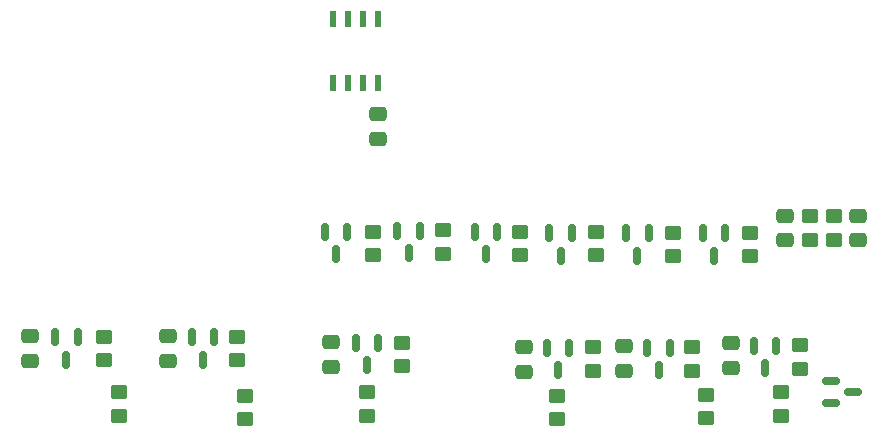
<source format=gtp>
%TF.GenerationSoftware,KiCad,Pcbnew,9.0.0*%
%TF.CreationDate,2025-03-16T14:08:26-07:00*%
%TF.ProjectId,elan_interface,656c616e-5f69-46e7-9465-72666163652e,rev?*%
%TF.SameCoordinates,Original*%
%TF.FileFunction,Paste,Top*%
%TF.FilePolarity,Positive*%
%FSLAX46Y46*%
G04 Gerber Fmt 4.6, Leading zero omitted, Abs format (unit mm)*
G04 Created by KiCad (PCBNEW 9.0.0) date 2025-03-16 14:08:26*
%MOMM*%
%LPD*%
G01*
G04 APERTURE LIST*
G04 Aperture macros list*
%AMRoundRect*
0 Rectangle with rounded corners*
0 $1 Rounding radius*
0 $2 $3 $4 $5 $6 $7 $8 $9 X,Y pos of 4 corners*
0 Add a 4 corners polygon primitive as box body*
4,1,4,$2,$3,$4,$5,$6,$7,$8,$9,$2,$3,0*
0 Add four circle primitives for the rounded corners*
1,1,$1+$1,$2,$3*
1,1,$1+$1,$4,$5*
1,1,$1+$1,$6,$7*
1,1,$1+$1,$8,$9*
0 Add four rect primitives between the rounded corners*
20,1,$1+$1,$2,$3,$4,$5,0*
20,1,$1+$1,$4,$5,$6,$7,0*
20,1,$1+$1,$6,$7,$8,$9,0*
20,1,$1+$1,$8,$9,$2,$3,0*%
G04 Aperture macros list end*
%ADD10RoundRect,0.150000X-0.150000X0.587500X-0.150000X-0.587500X0.150000X-0.587500X0.150000X0.587500X0*%
%ADD11RoundRect,0.250000X0.450000X-0.350000X0.450000X0.350000X-0.450000X0.350000X-0.450000X-0.350000X0*%
%ADD12RoundRect,0.250000X-0.475000X0.337500X-0.475000X-0.337500X0.475000X-0.337500X0.475000X0.337500X0*%
%ADD13RoundRect,0.250000X-0.450000X0.350000X-0.450000X-0.350000X0.450000X-0.350000X0.450000X0.350000X0*%
%ADD14R,0.558800X1.460500*%
%ADD15RoundRect,0.150000X-0.587500X-0.150000X0.587500X-0.150000X0.587500X0.150000X-0.587500X0.150000X0*%
G04 APERTURE END LIST*
D10*
%TO.C,Q2*%
X178550000Y-80562500D03*
X176650000Y-80562500D03*
X177600000Y-82437500D03*
%TD*%
D11*
%TO.C,R16*%
X144400000Y-72900000D03*
X144400000Y-70900000D03*
%TD*%
D12*
%TO.C,C7*%
X127100000Y-79762500D03*
X127100000Y-81837500D03*
%TD*%
D10*
%TO.C,Q6*%
X169550000Y-80725000D03*
X167650000Y-80725000D03*
X168600000Y-82600000D03*
%TD*%
D11*
%TO.C,R17*%
X169800000Y-73000000D03*
X169800000Y-71000000D03*
%TD*%
D10*
%TO.C,Q4*%
X119400000Y-79862500D03*
X117500000Y-79862500D03*
X118450000Y-81737500D03*
%TD*%
D11*
%TO.C,R20*%
X156900000Y-72900000D03*
X156900000Y-70900000D03*
%TD*%
D10*
%TO.C,Q9*%
X161250000Y-71062500D03*
X159350000Y-71062500D03*
X160300000Y-72937500D03*
%TD*%
D13*
%TO.C,R4*%
X122950000Y-84500000D03*
X122950000Y-86500000D03*
%TD*%
%TO.C,R11*%
X146900000Y-80300000D03*
X146900000Y-82300000D03*
%TD*%
D12*
%TO.C,C1*%
X144800000Y-60962500D03*
X144800000Y-63037500D03*
%TD*%
D13*
%TO.C,R9*%
X163000000Y-80700000D03*
X163000000Y-82700000D03*
%TD*%
%TO.C,R2*%
X179000000Y-84500000D03*
X179000000Y-86500000D03*
%TD*%
D10*
%TO.C,Q8*%
X130950000Y-79862500D03*
X129050000Y-79862500D03*
X130000000Y-81737500D03*
%TD*%
D12*
%TO.C,C6*%
X165700000Y-80625000D03*
X165700000Y-82700000D03*
%TD*%
D13*
%TO.C,R5*%
X171400000Y-80700000D03*
X171400000Y-82700000D03*
%TD*%
%TO.C,R13*%
X183450000Y-69600000D03*
X183450000Y-71600000D03*
%TD*%
%TO.C,R3*%
X121650000Y-79800000D03*
X121650000Y-81800000D03*
%TD*%
D10*
%TO.C,Q10*%
X161050000Y-80725000D03*
X159150000Y-80725000D03*
X160100000Y-82600000D03*
%TD*%
%TO.C,Q7*%
X148384750Y-70859750D03*
X146484750Y-70859750D03*
X147434750Y-72734750D03*
%TD*%
D12*
%TO.C,C5*%
X115350000Y-79762500D03*
X115350000Y-81837500D03*
%TD*%
D13*
%TO.C,R6*%
X172600000Y-84700000D03*
X172600000Y-86700000D03*
%TD*%
D12*
%TO.C,C10*%
X179300000Y-69562500D03*
X179300000Y-71637500D03*
%TD*%
D10*
%TO.C,Q5*%
X167750000Y-71062500D03*
X165850000Y-71062500D03*
X166800000Y-72937500D03*
%TD*%
D12*
%TO.C,C9*%
X140900000Y-80262500D03*
X140900000Y-82337500D03*
%TD*%
D14*
%TO.C,U2*%
X144805000Y-52875850D03*
X143535000Y-52875850D03*
X142265000Y-52875850D03*
X140995000Y-52875850D03*
X140995000Y-58324150D03*
X142265000Y-58324150D03*
X143535000Y-58324150D03*
X144805000Y-58324150D03*
%TD*%
D12*
%TO.C,C11*%
X185500000Y-69562500D03*
X185500000Y-71637500D03*
%TD*%
D10*
%TO.C,Q12*%
X144850000Y-80362500D03*
X142950000Y-80362500D03*
X143900000Y-82237500D03*
%TD*%
D11*
%TO.C,R19*%
X163300000Y-72900000D03*
X163300000Y-70900000D03*
%TD*%
D10*
%TO.C,Q1*%
X174250000Y-71062500D03*
X172350000Y-71062500D03*
X173300000Y-72937500D03*
%TD*%
D12*
%TO.C,C8*%
X157220000Y-80675000D03*
X157220000Y-82750000D03*
%TD*%
D13*
%TO.C,R7*%
X132900000Y-79800000D03*
X132900000Y-81800000D03*
%TD*%
D12*
%TO.C,C2*%
X174700000Y-80362500D03*
X174700000Y-82437500D03*
%TD*%
D10*
%TO.C,Q3*%
X142250000Y-70962500D03*
X140350000Y-70962500D03*
X141300000Y-72837500D03*
%TD*%
D11*
%TO.C,R15*%
X176300000Y-73000000D03*
X176300000Y-71000000D03*
%TD*%
%TO.C,R18*%
X150334750Y-72765250D03*
X150334750Y-70765250D03*
%TD*%
D13*
%TO.C,R8*%
X133600000Y-84800000D03*
X133600000Y-86800000D03*
%TD*%
%TO.C,R1*%
X180600000Y-80500000D03*
X180600000Y-82500000D03*
%TD*%
D15*
%TO.C,Q13*%
X183162500Y-83550000D03*
X183162500Y-85450000D03*
X185037500Y-84500000D03*
%TD*%
D13*
%TO.C,R10*%
X160020000Y-84812500D03*
X160020000Y-86812500D03*
%TD*%
%TO.C,R14*%
X181400000Y-69600000D03*
X181400000Y-71600000D03*
%TD*%
%TO.C,R12*%
X143900000Y-84500000D03*
X143900000Y-86500000D03*
%TD*%
D10*
%TO.C,Q11*%
X154950000Y-70962500D03*
X153050000Y-70962500D03*
X154000000Y-72837500D03*
%TD*%
M02*

</source>
